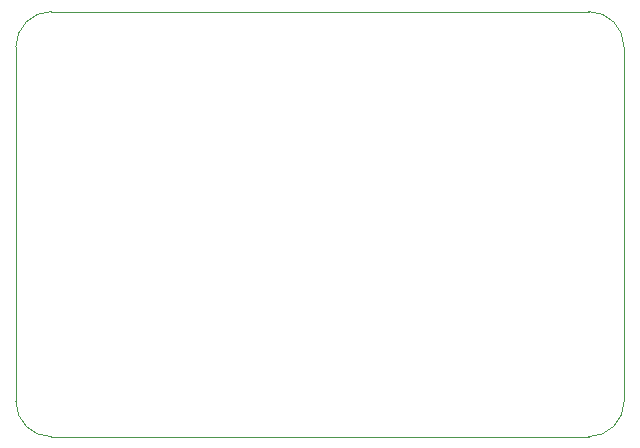
<source format=gbr>
%TF.GenerationSoftware,KiCad,Pcbnew,7.0.6*%
%TF.CreationDate,2024-09-27T11:16:29-07:00*%
%TF.ProjectId,MCU_DSP,4d43555f-4453-4502-9e6b-696361645f70,rev?*%
%TF.SameCoordinates,Original*%
%TF.FileFunction,Profile,NP*%
%FSLAX46Y46*%
G04 Gerber Fmt 4.6, Leading zero omitted, Abs format (unit mm)*
G04 Created by KiCad (PCBNEW 7.0.6) date 2024-09-27 11:16:29*
%MOMM*%
%LPD*%
G01*
G04 APERTURE LIST*
%TA.AperFunction,Profile*%
%ADD10C,0.100000*%
%TD*%
G04 APERTURE END LIST*
D10*
X182000000Y-163000000D02*
X182000000Y-133000000D01*
X233500000Y-133000000D02*
G75*
G03*
X230500000Y-130000000I-3000000J0D01*
G01*
X182000000Y-163000000D02*
G75*
G03*
X185000000Y-166000000I3000000J0D01*
G01*
X230500000Y-166000000D02*
G75*
G03*
X233500000Y-163000000I0J3000000D01*
G01*
X185000000Y-130000000D02*
G75*
G03*
X182000000Y-133000000I0J-3000000D01*
G01*
X185000000Y-130000000D02*
X230500000Y-130000000D01*
X233500000Y-133000000D02*
X233500000Y-163000000D01*
X230500000Y-166000000D02*
X185000000Y-166000000D01*
M02*

</source>
